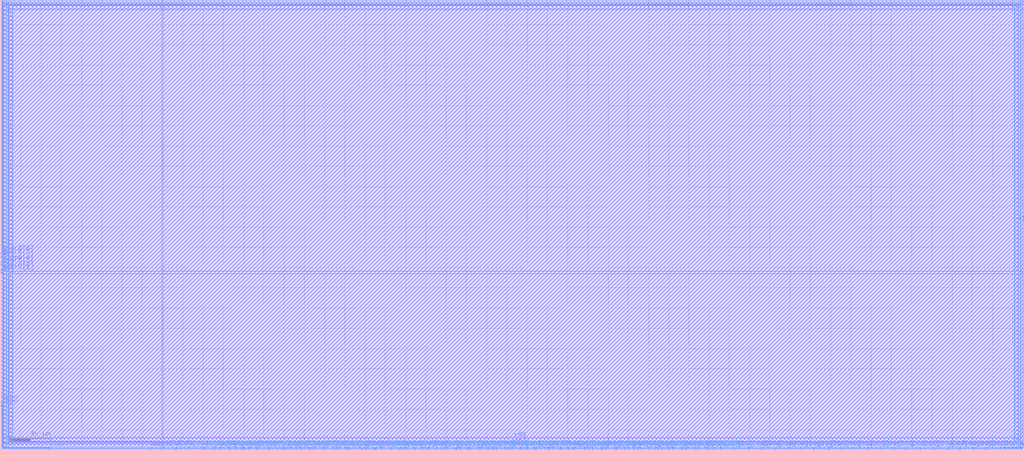
<source format=lef>
VERSION 5.4 ;
NAMESCASESENSITIVE ON ;
BUSBITCHARS "[]" ;
DIVIDERCHAR "/" ;

UNITS
  DATABASE MICRONS 1000 ;
END UNITS


MACRO sram_64_128_sky130A
   CLASS BLOCK ;
   ORIGIN 0.000 0.000 ;
   SIZE 1011.05 BY 444.61 ;
   SYMMETRY X Y R90 ;
   PIN din0[0]
      DIRECTION INPUT ;
      PORT
         LAYER met4 ;
         RECT  159.46 0.0 160.2 1.93 ;
      END
   END din0[0]
   PIN din0[1]
      DIRECTION INPUT ;
      PORT
         LAYER met4 ;
         RECT  172.55 0.0 173.29 1.93 ;
      END
   END din0[1]
   PIN din0[2]
      DIRECTION INPUT ;
      PORT
         LAYER met4 ;
         RECT  185.64 0.0 186.38 1.93 ;
      END
   END din0[2]
   PIN din0[3]
      DIRECTION INPUT ;
      PORT
         LAYER met4 ;
         RECT  199.92 0.0 200.66 1.93 ;
      END
   END din0[3]
   PIN din0[4]
      DIRECTION INPUT ;
      PORT
         LAYER met4 ;
         RECT  211.82 0.0 212.56 1.93 ;
      END
   END din0[4]
   PIN din0[5]
      DIRECTION INPUT ;
      PORT
         LAYER met4 ;
         RECT  226.1 0.0 226.84 1.93 ;
      END
   END din0[5]
   PIN din0[6]
      DIRECTION INPUT ;
      PORT
         LAYER met4 ;
         RECT  238.0 0.0 238.74 1.93 ;
      END
   END din0[6]
   PIN din0[7]
      DIRECTION INPUT ;
      PORT
         LAYER met4 ;
         RECT  252.28 0.0 253.02 1.93 ;
      END
   END din0[7]
   PIN din0[8]
      DIRECTION INPUT ;
      PORT
         LAYER met4 ;
         RECT  265.37 0.0 266.11 1.93 ;
      END
   END din0[8]
   PIN din0[9]
      DIRECTION INPUT ;
      PORT
         LAYER met4 ;
         RECT  278.46 0.0 279.2 1.93 ;
      END
   END din0[9]
   PIN din0[10]
      DIRECTION INPUT ;
      PORT
         LAYER met4 ;
         RECT  291.55 0.0 292.29 1.93 ;
      END
   END din0[10]
   PIN din0[11]
      DIRECTION INPUT ;
      PORT
         LAYER met4 ;
         RECT  304.64 0.0 305.38 1.93 ;
      END
   END din0[11]
   PIN din0[12]
      DIRECTION INPUT ;
      PORT
         LAYER met4 ;
         RECT  317.73 0.0 318.47 1.93 ;
      END
   END din0[12]
   PIN din0[13]
      DIRECTION INPUT ;
      PORT
         LAYER met4 ;
         RECT  330.82 0.0 331.56 1.93 ;
      END
   END din0[13]
   PIN din0[14]
      DIRECTION INPUT ;
      PORT
         LAYER met4 ;
         RECT  343.91 0.0 344.65 1.93 ;
      END
   END din0[14]
   PIN din0[15]
      DIRECTION INPUT ;
      PORT
         LAYER met4 ;
         RECT  357.0 0.0 357.74 1.93 ;
      END
   END din0[15]
   PIN din0[16]
      DIRECTION INPUT ;
      PORT
         LAYER met4 ;
         RECT  370.09 0.0 370.83 1.93 ;
      END
   END din0[16]
   PIN din0[17]
      DIRECTION INPUT ;
      PORT
         LAYER met4 ;
         RECT  384.37 0.0 385.11 1.93 ;
      END
   END din0[17]
   PIN din0[18]
      DIRECTION INPUT ;
      PORT
         LAYER met4 ;
         RECT  397.46 0.0 398.2 1.93 ;
      END
   END din0[18]
   PIN din0[19]
      DIRECTION INPUT ;
      PORT
         LAYER met4 ;
         RECT  409.36 0.0 410.1 1.93 ;
      END
   END din0[19]
   PIN din0[20]
      DIRECTION INPUT ;
      PORT
         LAYER met4 ;
         RECT  422.45 0.0 423.19 1.93 ;
      END
   END din0[20]
   PIN din0[21]
      DIRECTION INPUT ;
      PORT
         LAYER met4 ;
         RECT  436.73 0.0 437.47 1.93 ;
      END
   END din0[21]
   PIN din0[22]
      DIRECTION INPUT ;
      PORT
         LAYER met4 ;
         RECT  448.63 0.0 449.37 1.93 ;
      END
   END din0[22]
   PIN din0[23]
      DIRECTION INPUT ;
      PORT
         LAYER met4 ;
         RECT  461.72 0.0 462.46 1.93 ;
      END
   END din0[23]
   PIN din0[24]
      DIRECTION INPUT ;
      PORT
         LAYER met4 ;
         RECT  474.81 0.0 475.55 1.93 ;
      END
   END din0[24]
   PIN din0[25]
      DIRECTION INPUT ;
      PORT
         LAYER met4 ;
         RECT  489.09 0.0 489.83 1.93 ;
      END
   END din0[25]
   PIN din0[26]
      DIRECTION INPUT ;
      PORT
         LAYER met4 ;
         RECT  500.99 0.0 501.73 1.93 ;
      END
   END din0[26]
   PIN din0[27]
      DIRECTION INPUT ;
      PORT
         LAYER met4 ;
         RECT  514.08 0.0 514.82 1.93 ;
      END
   END din0[27]
   PIN din0[28]
      DIRECTION INPUT ;
      PORT
         LAYER met4 ;
         RECT  527.17 0.0 527.91 1.93 ;
      END
   END din0[28]
   PIN din0[29]
      DIRECTION INPUT ;
      PORT
         LAYER met4 ;
         RECT  541.45 0.0 542.19 1.93 ;
      END
   END din0[29]
   PIN din0[30]
      DIRECTION INPUT ;
      PORT
         LAYER met4 ;
         RECT  553.35 0.0 554.09 1.93 ;
      END
   END din0[30]
   PIN din0[31]
      DIRECTION INPUT ;
      PORT
         LAYER met4 ;
         RECT  566.44 0.0 567.18 1.93 ;
      END
   END din0[31]
   PIN din0[32]
      DIRECTION INPUT ;
      PORT
         LAYER met4 ;
         RECT  580.72 0.0 581.46 1.93 ;
      END
   END din0[32]
   PIN din0[33]
      DIRECTION INPUT ;
      PORT
         LAYER met4 ;
         RECT  593.81 0.0 594.55 1.93 ;
      END
   END din0[33]
   PIN din0[34]
      DIRECTION INPUT ;
      PORT
         LAYER met4 ;
         RECT  606.9 0.0 607.64 1.93 ;
      END
   END din0[34]
   PIN din0[35]
      DIRECTION INPUT ;
      PORT
         LAYER met4 ;
         RECT  619.99 0.0 620.73 1.93 ;
      END
   END din0[35]
   PIN din0[36]
      DIRECTION INPUT ;
      PORT
         LAYER met4 ;
         RECT  631.89 0.0 632.63 1.93 ;
      END
   END din0[36]
   PIN din0[37]
      DIRECTION INPUT ;
      PORT
         LAYER met4 ;
         RECT  646.17 0.0 646.91 1.93 ;
      END
   END din0[37]
   PIN din0[38]
      DIRECTION INPUT ;
      PORT
         LAYER met4 ;
         RECT  659.26 0.0 660.0 1.93 ;
      END
   END din0[38]
   PIN din0[39]
      DIRECTION INPUT ;
      PORT
         LAYER met4 ;
         RECT  672.35 0.0 673.09 1.93 ;
      END
   END din0[39]
   PIN din0[40]
      DIRECTION INPUT ;
      PORT
         LAYER met4 ;
         RECT  685.44 0.0 686.18 1.93 ;
      END
   END din0[40]
   PIN din0[41]
      DIRECTION INPUT ;
      PORT
         LAYER met4 ;
         RECT  698.53 0.0 699.27 1.93 ;
      END
   END din0[41]
   PIN din0[42]
      DIRECTION INPUT ;
      PORT
         LAYER met4 ;
         RECT  711.62 0.0 712.36 1.93 ;
      END
   END din0[42]
   PIN din0[43]
      DIRECTION INPUT ;
      PORT
         LAYER met4 ;
         RECT  724.71 0.0 725.45 1.93 ;
      END
   END din0[43]
   PIN din0[44]
      DIRECTION INPUT ;
      PORT
         LAYER met4 ;
         RECT  738.99 0.0 739.73 1.93 ;
      END
   END din0[44]
   PIN din0[45]
      DIRECTION INPUT ;
      PORT
         LAYER met4 ;
         RECT  752.08 0.0 752.82 1.93 ;
      END
   END din0[45]
   PIN din0[46]
      DIRECTION INPUT ;
      PORT
         LAYER met4 ;
         RECT  765.17 0.0 765.91 1.93 ;
      END
   END din0[46]
   PIN din0[47]
      DIRECTION INPUT ;
      PORT
         LAYER met4 ;
         RECT  778.26 0.0 779.0 1.93 ;
      END
   END din0[47]
   PIN din0[48]
      DIRECTION INPUT ;
      PORT
         LAYER met4 ;
         RECT  790.16 0.0 790.9 1.93 ;
      END
   END din0[48]
   PIN din0[49]
      DIRECTION INPUT ;
      PORT
         LAYER met4 ;
         RECT  803.25 0.0 803.99 1.93 ;
      END
   END din0[49]
   PIN din0[50]
      DIRECTION INPUT ;
      PORT
         LAYER met4 ;
         RECT  817.53 0.0 818.27 1.93 ;
      END
   END din0[50]
   PIN din0[51]
      DIRECTION INPUT ;
      PORT
         LAYER met4 ;
         RECT  830.62 0.0 831.36 1.93 ;
      END
   END din0[51]
   PIN din0[52]
      DIRECTION INPUT ;
      PORT
         LAYER met4 ;
         RECT  842.52 0.0 843.26 1.93 ;
      END
   END din0[52]
   PIN din0[53]
      DIRECTION INPUT ;
      PORT
         LAYER met4 ;
         RECT  856.8 0.0 857.54 1.93 ;
      END
   END din0[53]
   PIN din0[54]
      DIRECTION INPUT ;
      PORT
         LAYER met4 ;
         RECT  869.89 0.0 870.63 1.93 ;
      END
   END din0[54]
   PIN din0[55]
      DIRECTION INPUT ;
      PORT
         LAYER met4 ;
         RECT  882.98 0.0 883.72 1.93 ;
      END
   END din0[55]
   PIN din0[56]
      DIRECTION INPUT ;
      PORT
         LAYER met4 ;
         RECT  894.88 0.0 895.62 1.93 ;
      END
   END din0[56]
   PIN din0[57]
      DIRECTION INPUT ;
      PORT
         LAYER met4 ;
         RECT  907.97 0.0 908.71 1.93 ;
      END
   END din0[57]
   PIN din0[58]
      DIRECTION INPUT ;
      PORT
         LAYER met4 ;
         RECT  922.25 0.0 922.99 1.93 ;
      END
   END din0[58]
   PIN din0[59]
      DIRECTION INPUT ;
      PORT
         LAYER met4 ;
         RECT  935.34 0.0 936.08 1.93 ;
      END
   END din0[59]
   PIN din0[60]
      DIRECTION INPUT ;
      PORT
         LAYER met4 ;
         RECT  947.24 0.0 947.98 1.93 ;
      END
   END din0[60]
   PIN din0[61]
      DIRECTION INPUT ;
      PORT
         LAYER met4 ;
         RECT  961.52 0.0 962.26 1.93 ;
      END
   END din0[61]
   PIN din0[62]
      DIRECTION INPUT ;
      PORT
         LAYER met4 ;
         RECT  973.42 0.0 974.16 1.93 ;
      END
   END din0[62]
   PIN din0[63]
      DIRECTION INPUT ;
      PORT
         LAYER met4 ;
         RECT  987.7 0.0 988.44 1.93 ;
      END
   END din0[63]
   PIN addr0[0]
      DIRECTION INPUT ;
      PORT
         LAYER met4 ;
         RECT  147.56 0.0 148.3 1.93 ;
      END
   END addr0[0]
   PIN addr0[1]
      DIRECTION INPUT ;
      PORT
         LAYER met3 ;
         RECT  0.0 174.93 1.93 175.67 ;
      END
   END addr0[1]
   PIN addr0[2]
      DIRECTION INPUT ;
      PORT
         LAYER met3 ;
         RECT  0.0 177.31 1.93 178.05 ;
      END
   END addr0[2]
   PIN addr0[3]
      DIRECTION INPUT ;
      PORT
         LAYER met3 ;
         RECT  0.0 182.07 1.93 182.81 ;
      END
   END addr0[3]
   PIN addr0[4]
      DIRECTION INPUT ;
      PORT
         LAYER met3 ;
         RECT  0.0 184.45 1.93 185.19 ;
      END
   END addr0[4]
   PIN addr0[5]
      DIRECTION INPUT ;
      PORT
         LAYER met3 ;
         RECT  0.0 190.4 1.93 191.14 ;
      END
   END addr0[5]
   PIN addr0[6]
      DIRECTION INPUT ;
      PORT
         LAYER met3 ;
         RECT  0.0 193.97 1.93 194.71 ;
      END
   END addr0[6]
   PIN csb0
      DIRECTION INPUT ;
      PORT
         LAYER met3 ;
         RECT  0.0 42.84 1.93 43.58 ;
      END
   END csb0
   PIN web0
      DIRECTION INPUT ;
      PORT
         LAYER met3 ;
         RECT  0.0 46.41 1.93 47.15 ;
      END
   END web0
   PIN clk0
      DIRECTION INPUT ;
      PORT
         LAYER met4 ;
         RECT  47.6 0.0 48.34 1.93 ;
      END
   END clk0
   PIN dout0[0]
      DIRECTION OUTPUT ;
      PORT
         LAYER met4 ;
         RECT  201.11 0.0 201.85 1.93 ;
      END
   END dout0[0]
   PIN dout0[1]
      DIRECTION OUTPUT ;
      PORT
         LAYER met4 ;
         RECT  209.44 0.0 210.18 1.93 ;
      END
   END dout0[1]
   PIN dout0[2]
      DIRECTION OUTPUT ;
      PORT
         LAYER met4 ;
         RECT  216.58 0.0 217.32 1.93 ;
      END
   END dout0[2]
   PIN dout0[3]
      DIRECTION OUTPUT ;
      PORT
         LAYER met4 ;
         RECT  224.91 0.0 225.65 1.93 ;
      END
   END dout0[3]
   PIN dout0[4]
      DIRECTION OUTPUT ;
      PORT
         LAYER met4 ;
         RECT  232.05 0.0 232.79 1.93 ;
      END
   END dout0[4]
   PIN dout0[5]
      DIRECTION OUTPUT ;
      PORT
         LAYER met4 ;
         RECT  240.38 0.0 241.12 1.93 ;
      END
   END dout0[5]
   PIN dout0[6]
      DIRECTION OUTPUT ;
      PORT
         LAYER met4 ;
         RECT  245.14 0.0 245.88 1.93 ;
      END
   END dout0[6]
   PIN dout0[7]
      DIRECTION OUTPUT ;
      PORT
         LAYER met4 ;
         RECT  253.47 0.0 254.21 1.93 ;
      END
   END dout0[7]
   PIN dout0[8]
      DIRECTION OUTPUT ;
      PORT
         LAYER met4 ;
         RECT  264.18 0.0 264.92 1.93 ;
      END
   END dout0[8]
   PIN dout0[9]
      DIRECTION OUTPUT ;
      PORT
         LAYER met4 ;
         RECT  272.51 0.0 273.25 1.93 ;
      END
   END dout0[9]
   PIN dout0[10]
      DIRECTION OUTPUT ;
      PORT
         LAYER met4 ;
         RECT  280.84 0.0 281.58 1.93 ;
      END
   END dout0[10]
   PIN dout0[11]
      DIRECTION OUTPUT ;
      PORT
         LAYER met4 ;
         RECT  285.6 0.0 286.34 1.93 ;
      END
   END dout0[11]
   PIN dout0[12]
      DIRECTION OUTPUT ;
      PORT
         LAYER met4 ;
         RECT  296.31 0.0 297.05 1.93 ;
      END
   END dout0[12]
   PIN dout0[13]
      DIRECTION OUTPUT ;
      PORT
         LAYER met4 ;
         RECT  305.83 0.0 306.57 1.93 ;
      END
   END dout0[13]
   PIN dout0[14]
      DIRECTION OUTPUT ;
      PORT
         LAYER met4 ;
         RECT  309.4 0.0 310.14 1.93 ;
      END
   END dout0[14]
   PIN dout0[15]
      DIRECTION OUTPUT ;
      PORT
         LAYER met4 ;
         RECT  320.11 0.0 320.85 1.93 ;
      END
   END dout0[15]
   PIN dout0[16]
      DIRECTION OUTPUT ;
      PORT
         LAYER met4 ;
         RECT  328.44 0.0 329.18 1.93 ;
      END
   END dout0[16]
   PIN dout0[17]
      DIRECTION OUTPUT ;
      PORT
         LAYER met4 ;
         RECT  333.2 0.0 333.94 1.93 ;
      END
   END dout0[17]
   PIN dout0[18]
      DIRECTION OUTPUT ;
      PORT
         LAYER met4 ;
         RECT  341.53 0.0 342.27 1.93 ;
      END
   END dout0[18]
   PIN dout0[19]
      DIRECTION OUTPUT ;
      PORT
         LAYER met4 ;
         RECT  354.62 0.0 355.36 1.93 ;
      END
   END dout0[19]
   PIN dout0[20]
      DIRECTION OUTPUT ;
      PORT
         LAYER met4 ;
         RECT  360.57 0.0 361.31 1.93 ;
      END
   END dout0[20]
   PIN dout0[21]
      DIRECTION OUTPUT ;
      PORT
         LAYER met4 ;
         RECT  368.9 0.0 369.64 1.93 ;
      END
   END dout0[21]
   PIN dout0[22]
      DIRECTION OUTPUT ;
      PORT
         LAYER met4 ;
         RECT  376.04 0.0 376.78 1.93 ;
      END
   END dout0[22]
   PIN dout0[23]
      DIRECTION OUTPUT ;
      PORT
         LAYER met4 ;
         RECT  385.56 0.0 386.3 1.93 ;
      END
   END dout0[23]
   PIN dout0[24]
      DIRECTION OUTPUT ;
      PORT
         LAYER met4 ;
         RECT  393.89 0.0 394.63 1.93 ;
      END
   END dout0[24]
   PIN dout0[25]
      DIRECTION OUTPUT ;
      PORT
         LAYER met4 ;
         RECT  401.03 0.0 401.77 1.93 ;
      END
   END dout0[25]
   PIN dout0[26]
      DIRECTION OUTPUT ;
      PORT
         LAYER met4 ;
         RECT  408.17 0.0 408.91 1.93 ;
      END
   END dout0[26]
   PIN dout0[27]
      DIRECTION OUTPUT ;
      PORT
         LAYER met4 ;
         RECT  416.5 0.0 417.24 1.93 ;
      END
   END dout0[27]
   PIN dout0[28]
      DIRECTION OUTPUT ;
      PORT
         LAYER met4 ;
         RECT  421.26 0.0 422.0 1.93 ;
      END
   END dout0[28]
   PIN dout0[29]
      DIRECTION OUTPUT ;
      PORT
         LAYER met4 ;
         RECT  429.59 0.0 430.33 1.93 ;
      END
   END dout0[29]
   PIN dout0[30]
      DIRECTION OUTPUT ;
      PORT
         LAYER met4 ;
         RECT  440.3 0.0 441.04 1.93 ;
      END
   END dout0[30]
   PIN dout0[31]
      DIRECTION OUTPUT ;
      PORT
         LAYER met4 ;
         RECT  449.82 0.0 450.56 1.93 ;
      END
   END dout0[31]
   PIN dout0[32]
      DIRECTION OUTPUT ;
      PORT
         LAYER met4 ;
         RECT  453.39 0.0 454.13 1.93 ;
      END
   END dout0[32]
   PIN dout0[33]
      DIRECTION OUTPUT ;
      PORT
         LAYER met4 ;
         RECT  464.1 0.0 464.84 1.93 ;
      END
   END dout0[33]
   PIN dout0[34]
      DIRECTION OUTPUT ;
      PORT
         LAYER met4 ;
         RECT  472.43 0.0 473.17 1.93 ;
      END
   END dout0[34]
   PIN dout0[35]
      DIRECTION OUTPUT ;
      PORT
         LAYER met4 ;
         RECT  480.76 0.0 481.5 1.93 ;
      END
   END dout0[35]
   PIN dout0[36]
      DIRECTION OUTPUT ;
      PORT
         LAYER met4 ;
         RECT  485.52 0.0 486.26 1.93 ;
      END
   END dout0[36]
   PIN dout0[37]
      DIRECTION OUTPUT ;
      PORT
         LAYER met4 ;
         RECT  498.61 0.0 499.35 1.93 ;
      END
   END dout0[37]
   PIN dout0[38]
      DIRECTION OUTPUT ;
      PORT
         LAYER met4 ;
         RECT  504.56 0.0 505.3 1.93 ;
      END
   END dout0[38]
   PIN dout0[39]
      DIRECTION OUTPUT ;
      PORT
         LAYER met4 ;
         RECT  512.89 0.0 513.63 1.93 ;
      END
   END dout0[39]
   PIN dout0[40]
      DIRECTION OUTPUT ;
      PORT
         LAYER met4 ;
         RECT  520.03 0.0 520.77 1.93 ;
      END
   END dout0[40]
   PIN dout0[41]
      DIRECTION OUTPUT ;
      PORT
         LAYER met4 ;
         RECT  528.36 0.0 529.1 1.93 ;
      END
   END dout0[41]
   PIN dout0[42]
      DIRECTION OUTPUT ;
      PORT
         LAYER met4 ;
         RECT  537.88 0.0 538.62 1.93 ;
      END
   END dout0[42]
   PIN dout0[43]
      DIRECTION OUTPUT ;
      PORT
         LAYER met4 ;
         RECT  545.02 0.0 545.76 1.93 ;
      END
   END dout0[43]
   PIN dout0[44]
      DIRECTION OUTPUT ;
      PORT
         LAYER met4 ;
         RECT  552.16 0.0 552.9 1.93 ;
      END
   END dout0[44]
   PIN dout0[45]
      DIRECTION OUTPUT ;
      PORT
         LAYER met4 ;
         RECT  560.49 0.0 561.23 1.93 ;
      END
   END dout0[45]
   PIN dout0[46]
      DIRECTION OUTPUT ;
      PORT
         LAYER met4 ;
         RECT  565.25 0.0 565.99 1.93 ;
      END
   END dout0[46]
   PIN dout0[47]
      DIRECTION OUTPUT ;
      PORT
         LAYER met4 ;
         RECT  577.15 0.0 577.89 1.93 ;
      END
   END dout0[47]
   PIN dout0[48]
      DIRECTION OUTPUT ;
      PORT
         LAYER met4 ;
         RECT  584.29 0.0 585.03 1.93 ;
      END
   END dout0[48]
   PIN dout0[49]
      DIRECTION OUTPUT ;
      PORT
         LAYER met4 ;
         RECT  592.62 0.0 593.36 1.93 ;
      END
   END dout0[49]
   PIN dout0[50]
      DIRECTION OUTPUT ;
      PORT
         LAYER met4 ;
         RECT  597.38 0.0 598.12 1.93 ;
      END
   END dout0[50]
   PIN dout0[51]
      DIRECTION OUTPUT ;
      PORT
         LAYER met4 ;
         RECT  608.09 0.0 608.83 1.93 ;
      END
   END dout0[51]
   PIN dout0[52]
      DIRECTION OUTPUT ;
      PORT
         LAYER met4 ;
         RECT  616.42 0.0 617.16 1.93 ;
      END
   END dout0[52]
   PIN dout0[53]
      DIRECTION OUTPUT ;
      PORT
         LAYER met4 ;
         RECT  624.75 0.0 625.49 1.93 ;
      END
   END dout0[53]
   PIN dout0[54]
      DIRECTION OUTPUT ;
      PORT
         LAYER met4 ;
         RECT  629.51 0.0 630.25 1.93 ;
      END
   END dout0[54]
   PIN dout0[55]
      DIRECTION OUTPUT ;
      PORT
         LAYER met4 ;
         RECT  640.22 0.0 640.96 1.93 ;
      END
   END dout0[55]
   PIN dout0[56]
      DIRECTION OUTPUT ;
      PORT
         LAYER met4 ;
         RECT  648.55 0.0 649.29 1.93 ;
      END
   END dout0[56]
   PIN dout0[57]
      DIRECTION OUTPUT ;
      PORT
         LAYER met4 ;
         RECT  653.31 0.0 654.05 1.93 ;
      END
   END dout0[57]
   PIN dout0[58]
      DIRECTION OUTPUT ;
      PORT
         LAYER met4 ;
         RECT  664.02 0.0 664.76 1.93 ;
      END
   END dout0[58]
   PIN dout0[59]
      DIRECTION OUTPUT ;
      PORT
         LAYER met4 ;
         RECT  673.54 0.0 674.28 1.93 ;
      END
   END dout0[59]
   PIN dout0[60]
      DIRECTION OUTPUT ;
      PORT
         LAYER met4 ;
         RECT  677.11 0.0 677.85 1.93 ;
      END
   END dout0[60]
   PIN dout0[61]
      DIRECTION OUTPUT ;
      PORT
         LAYER met4 ;
         RECT  689.01 0.0 689.75 1.93 ;
      END
   END dout0[61]
   PIN dout0[62]
      DIRECTION OUTPUT ;
      PORT
         LAYER met4 ;
         RECT  696.15 0.0 696.89 1.93 ;
      END
   END dout0[62]
   PIN dout0[63]
      DIRECTION OUTPUT ;
      PORT
         LAYER met4 ;
         RECT  704.48 0.0 705.22 1.93 ;
      END
   END dout0[63]
   PIN vdd
      DIRECTION INOUT ;
      USE POWER ; 
      SHAPE ABUTMENT ; 
      PORT
         LAYER met4 ;
         RECT  8.33 8.33 11.45 438.66 ;
         LAYER met4 ;
         RECT  1001.98 8.33 1005.1 438.66 ;
         LAYER met3 ;
         RECT  8.33 435.54 1005.1 438.66 ;
         LAYER met3 ;
         RECT  8.33 8.33 1005.1 11.45 ;
      END
   END vdd
   PIN gnd
      DIRECTION INOUT ;
      USE GROUND ; 
      SHAPE ABUTMENT ; 
      PORT
         LAYER met4 ;
         RECT  2.38 2.38 5.5 444.61 ;
         LAYER met4 ;
         RECT  1007.93 2.38 1011.05 444.61 ;
         LAYER met3 ;
         RECT  2.38 441.49 1011.05 444.61 ;
         LAYER met3 ;
         RECT  2.38 2.38 1011.05 5.5 ;
      END
   END gnd
   OBS
   LAYER  met1 ;
      RECT  0.91 0.91 1010.14 443.7 ;
   LAYER  met2 ;
      RECT  0.91 0.91 1010.14 443.7 ;
   LAYER  met3 ;
      RECT  2.83 174.03 1010.14 176.57 ;
      RECT  0.91 178.95 2.83 181.17 ;
      RECT  0.91 186.09 2.83 189.5 ;
      RECT  0.91 192.04 2.83 193.07 ;
      RECT  0.91 44.48 2.83 45.51 ;
      RECT  0.91 48.05 2.83 174.03 ;
      RECT  2.83 176.57 7.43 434.64 ;
      RECT  2.83 434.64 7.43 439.56 ;
      RECT  7.43 176.57 1006.0 434.64 ;
      RECT  1006.0 176.57 1010.14 434.64 ;
      RECT  1006.0 434.64 1010.14 439.56 ;
      RECT  2.83 7.43 7.43 12.35 ;
      RECT  2.83 12.35 7.43 174.03 ;
      RECT  7.43 12.35 1006.0 174.03 ;
      RECT  1006.0 7.43 1010.14 12.35 ;
      RECT  1006.0 12.35 1010.14 174.03 ;
      RECT  0.91 195.61 1.48 440.59 ;
      RECT  0.91 440.59 1.48 443.7 ;
      RECT  1.48 195.61 2.83 440.59 ;
      RECT  2.83 439.56 7.43 440.59 ;
      RECT  7.43 439.56 1006.0 440.59 ;
      RECT  1006.0 439.56 1010.14 440.59 ;
      RECT  0.91 0.91 1.48 1.48 ;
      RECT  0.91 1.48 1.48 6.4 ;
      RECT  0.91 6.4 1.48 41.94 ;
      RECT  1.48 0.91 2.83 1.48 ;
      RECT  1.48 6.4 2.83 41.94 ;
      RECT  2.83 0.91 7.43 1.48 ;
      RECT  2.83 6.4 7.43 7.43 ;
      RECT  7.43 0.91 1006.0 1.48 ;
      RECT  7.43 6.4 1006.0 7.43 ;
      RECT  1006.0 0.91 1010.14 1.48 ;
      RECT  1006.0 6.4 1010.14 7.43 ;
   LAYER  met4 ;
      RECT  158.86 2.53 160.8 443.7 ;
      RECT  160.8 0.91 171.95 2.53 ;
      RECT  173.89 0.91 185.04 2.53 ;
      RECT  186.98 0.91 199.32 2.53 ;
      RECT  712.96 0.91 724.11 2.53 ;
      RECT  726.05 0.91 738.39 2.53 ;
      RECT  740.33 0.91 751.48 2.53 ;
      RECT  753.42 0.91 764.57 2.53 ;
      RECT  766.51 0.91 777.66 2.53 ;
      RECT  779.6 0.91 789.56 2.53 ;
      RECT  791.5 0.91 802.65 2.53 ;
      RECT  804.59 0.91 816.93 2.53 ;
      RECT  818.87 0.91 830.02 2.53 ;
      RECT  831.96 0.91 841.92 2.53 ;
      RECT  843.86 0.91 856.2 2.53 ;
      RECT  858.14 0.91 869.29 2.53 ;
      RECT  871.23 0.91 882.38 2.53 ;
      RECT  884.32 0.91 894.28 2.53 ;
      RECT  896.22 0.91 907.37 2.53 ;
      RECT  909.31 0.91 921.65 2.53 ;
      RECT  923.59 0.91 934.74 2.53 ;
      RECT  936.68 0.91 946.64 2.53 ;
      RECT  948.58 0.91 960.92 2.53 ;
      RECT  962.86 0.91 972.82 2.53 ;
      RECT  974.76 0.91 987.1 2.53 ;
      RECT  148.9 0.91 158.86 2.53 ;
      RECT  48.94 0.91 146.96 2.53 ;
      RECT  202.45 0.91 208.84 2.53 ;
      RECT  210.78 0.91 211.22 2.53 ;
      RECT  213.16 0.91 215.98 2.53 ;
      RECT  217.92 0.91 224.31 2.53 ;
      RECT  227.44 0.91 231.45 2.53 ;
      RECT  233.39 0.91 237.4 2.53 ;
      RECT  239.34 0.91 239.78 2.53 ;
      RECT  241.72 0.91 244.54 2.53 ;
      RECT  246.48 0.91 251.68 2.53 ;
      RECT  254.81 0.91 263.58 2.53 ;
      RECT  266.71 0.91 271.91 2.53 ;
      RECT  273.85 0.91 277.86 2.53 ;
      RECT  279.8 0.91 280.24 2.53 ;
      RECT  282.18 0.91 285.0 2.53 ;
      RECT  286.94 0.91 290.95 2.53 ;
      RECT  292.89 0.91 295.71 2.53 ;
      RECT  297.65 0.91 304.04 2.53 ;
      RECT  307.17 0.91 308.8 2.53 ;
      RECT  310.74 0.91 317.13 2.53 ;
      RECT  319.07 0.91 319.51 2.53 ;
      RECT  321.45 0.91 327.84 2.53 ;
      RECT  329.78 0.91 330.22 2.53 ;
      RECT  332.16 0.91 332.6 2.53 ;
      RECT  334.54 0.91 340.93 2.53 ;
      RECT  342.87 0.91 343.31 2.53 ;
      RECT  345.25 0.91 354.02 2.53 ;
      RECT  355.96 0.91 356.4 2.53 ;
      RECT  358.34 0.91 359.97 2.53 ;
      RECT  361.91 0.91 368.3 2.53 ;
      RECT  371.43 0.91 375.44 2.53 ;
      RECT  377.38 0.91 383.77 2.53 ;
      RECT  386.9 0.91 393.29 2.53 ;
      RECT  395.23 0.91 396.86 2.53 ;
      RECT  398.8 0.91 400.43 2.53 ;
      RECT  402.37 0.91 407.57 2.53 ;
      RECT  410.7 0.91 415.9 2.53 ;
      RECT  417.84 0.91 420.66 2.53 ;
      RECT  423.79 0.91 428.99 2.53 ;
      RECT  430.93 0.91 436.13 2.53 ;
      RECT  438.07 0.91 439.7 2.53 ;
      RECT  441.64 0.91 448.03 2.53 ;
      RECT  451.16 0.91 452.79 2.53 ;
      RECT  454.73 0.91 461.12 2.53 ;
      RECT  463.06 0.91 463.5 2.53 ;
      RECT  465.44 0.91 471.83 2.53 ;
      RECT  473.77 0.91 474.21 2.53 ;
      RECT  476.15 0.91 480.16 2.53 ;
      RECT  482.1 0.91 484.92 2.53 ;
      RECT  486.86 0.91 488.49 2.53 ;
      RECT  490.43 0.91 498.01 2.53 ;
      RECT  499.95 0.91 500.39 2.53 ;
      RECT  502.33 0.91 503.96 2.53 ;
      RECT  505.9 0.91 512.29 2.53 ;
      RECT  515.42 0.91 519.43 2.53 ;
      RECT  521.37 0.91 526.57 2.53 ;
      RECT  529.7 0.91 537.28 2.53 ;
      RECT  539.22 0.91 540.85 2.53 ;
      RECT  542.79 0.91 544.42 2.53 ;
      RECT  546.36 0.91 551.56 2.53 ;
      RECT  554.69 0.91 559.89 2.53 ;
      RECT  561.83 0.91 564.65 2.53 ;
      RECT  567.78 0.91 576.55 2.53 ;
      RECT  578.49 0.91 580.12 2.53 ;
      RECT  582.06 0.91 583.69 2.53 ;
      RECT  585.63 0.91 592.02 2.53 ;
      RECT  595.15 0.91 596.78 2.53 ;
      RECT  598.72 0.91 606.3 2.53 ;
      RECT  609.43 0.91 615.82 2.53 ;
      RECT  617.76 0.91 619.39 2.53 ;
      RECT  621.33 0.91 624.15 2.53 ;
      RECT  626.09 0.91 628.91 2.53 ;
      RECT  630.85 0.91 631.29 2.53 ;
      RECT  633.23 0.91 639.62 2.53 ;
      RECT  641.56 0.91 645.57 2.53 ;
      RECT  647.51 0.91 647.95 2.53 ;
      RECT  649.89 0.91 652.71 2.53 ;
      RECT  654.65 0.91 658.66 2.53 ;
      RECT  660.6 0.91 663.42 2.53 ;
      RECT  665.36 0.91 671.75 2.53 ;
      RECT  674.88 0.91 676.51 2.53 ;
      RECT  678.45 0.91 684.84 2.53 ;
      RECT  686.78 0.91 688.41 2.53 ;
      RECT  690.35 0.91 695.55 2.53 ;
      RECT  697.49 0.91 697.93 2.53 ;
      RECT  699.87 0.91 703.88 2.53 ;
      RECT  705.82 0.91 711.02 2.53 ;
      RECT  7.73 2.53 12.05 7.73 ;
      RECT  7.73 439.26 12.05 443.7 ;
      RECT  12.05 2.53 158.86 7.73 ;
      RECT  12.05 7.73 158.86 439.26 ;
      RECT  12.05 439.26 158.86 443.7 ;
      RECT  160.8 2.53 1001.38 7.73 ;
      RECT  160.8 7.73 1001.38 439.26 ;
      RECT  160.8 439.26 1001.38 443.7 ;
      RECT  1001.38 2.53 1005.7 7.73 ;
      RECT  1001.38 439.26 1005.7 443.7 ;
      RECT  0.91 0.91 1.78 1.78 ;
      RECT  0.91 1.78 1.78 2.53 ;
      RECT  1.78 0.91 6.1 1.78 ;
      RECT  6.1 0.91 47.0 1.78 ;
      RECT  6.1 1.78 47.0 2.53 ;
      RECT  0.91 2.53 1.78 7.73 ;
      RECT  6.1 2.53 7.73 7.73 ;
      RECT  0.91 7.73 1.78 439.26 ;
      RECT  6.1 7.73 7.73 439.26 ;
      RECT  0.91 439.26 1.78 443.7 ;
      RECT  6.1 439.26 7.73 443.7 ;
      RECT  989.04 0.91 1007.33 1.78 ;
      RECT  989.04 1.78 1007.33 2.53 ;
      RECT  1007.33 0.91 1010.14 1.78 ;
      RECT  1005.7 2.53 1007.33 7.73 ;
      RECT  1005.7 7.73 1007.33 439.26 ;
      RECT  1005.7 439.26 1007.33 443.7 ;
   END
END    sram_64_128_sky130A
END    LIBRARY

</source>
